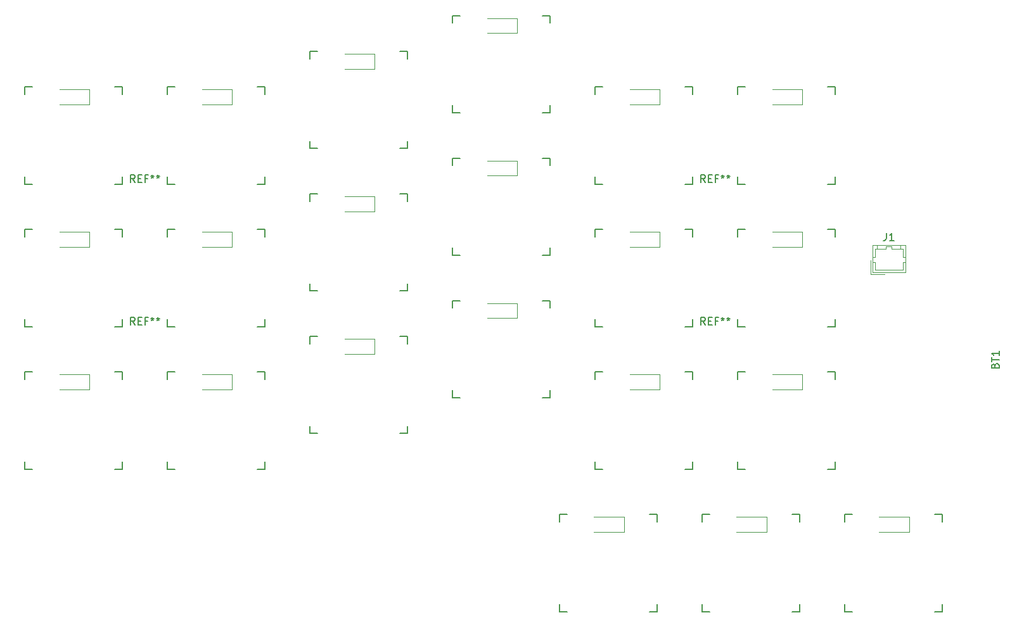
<source format=gbr>
%TF.GenerationSoftware,KiCad,Pcbnew,7.0.6*%
%TF.CreationDate,2023-09-12T11:18:07+08:00*%
%TF.ProjectId,kbv2,6b627632-2e6b-4696-9361-645f70636258,rev?*%
%TF.SameCoordinates,Original*%
%TF.FileFunction,Legend,Top*%
%TF.FilePolarity,Positive*%
%FSLAX46Y46*%
G04 Gerber Fmt 4.6, Leading zero omitted, Abs format (unit mm)*
G04 Created by KiCad (PCBNEW 7.0.6) date 2023-09-12 11:18:07*
%MOMM*%
%LPD*%
G01*
G04 APERTURE LIST*
%ADD10C,0.150000*%
%ADD11C,0.140000*%
%ADD12C,0.120000*%
G04 APERTURE END LIST*
D10*
X87744791Y-74348569D02*
X87411458Y-73872378D01*
X87173363Y-74348569D02*
X87173363Y-73348569D01*
X87173363Y-73348569D02*
X87554315Y-73348569D01*
X87554315Y-73348569D02*
X87649553Y-73396188D01*
X87649553Y-73396188D02*
X87697172Y-73443807D01*
X87697172Y-73443807D02*
X87744791Y-73539045D01*
X87744791Y-73539045D02*
X87744791Y-73681902D01*
X87744791Y-73681902D02*
X87697172Y-73777140D01*
X87697172Y-73777140D02*
X87649553Y-73824759D01*
X87649553Y-73824759D02*
X87554315Y-73872378D01*
X87554315Y-73872378D02*
X87173363Y-73872378D01*
X88173363Y-73824759D02*
X88506696Y-73824759D01*
X88649553Y-74348569D02*
X88173363Y-74348569D01*
X88173363Y-74348569D02*
X88173363Y-73348569D01*
X88173363Y-73348569D02*
X88649553Y-73348569D01*
X89411458Y-73824759D02*
X89078125Y-73824759D01*
X89078125Y-74348569D02*
X89078125Y-73348569D01*
X89078125Y-73348569D02*
X89554315Y-73348569D01*
X90078125Y-73348569D02*
X90078125Y-73586664D01*
X89840030Y-73491426D02*
X90078125Y-73586664D01*
X90078125Y-73586664D02*
X90316220Y-73491426D01*
X89935268Y-73777140D02*
X90078125Y-73586664D01*
X90078125Y-73586664D02*
X90220982Y-73777140D01*
X90840030Y-73348569D02*
X90840030Y-73586664D01*
X90601935Y-73491426D02*
X90840030Y-73586664D01*
X90840030Y-73586664D02*
X91078125Y-73491426D01*
X90697173Y-73777140D02*
X90840030Y-73586664D01*
X90840030Y-73586664D02*
X90982887Y-73777140D01*
X163944791Y-74348569D02*
X163611458Y-73872378D01*
X163373363Y-74348569D02*
X163373363Y-73348569D01*
X163373363Y-73348569D02*
X163754315Y-73348569D01*
X163754315Y-73348569D02*
X163849553Y-73396188D01*
X163849553Y-73396188D02*
X163897172Y-73443807D01*
X163897172Y-73443807D02*
X163944791Y-73539045D01*
X163944791Y-73539045D02*
X163944791Y-73681902D01*
X163944791Y-73681902D02*
X163897172Y-73777140D01*
X163897172Y-73777140D02*
X163849553Y-73824759D01*
X163849553Y-73824759D02*
X163754315Y-73872378D01*
X163754315Y-73872378D02*
X163373363Y-73872378D01*
X164373363Y-73824759D02*
X164706696Y-73824759D01*
X164849553Y-74348569D02*
X164373363Y-74348569D01*
X164373363Y-74348569D02*
X164373363Y-73348569D01*
X164373363Y-73348569D02*
X164849553Y-73348569D01*
X165611458Y-73824759D02*
X165278125Y-73824759D01*
X165278125Y-74348569D02*
X165278125Y-73348569D01*
X165278125Y-73348569D02*
X165754315Y-73348569D01*
X166278125Y-73348569D02*
X166278125Y-73586664D01*
X166040030Y-73491426D02*
X166278125Y-73586664D01*
X166278125Y-73586664D02*
X166516220Y-73491426D01*
X166135268Y-73777140D02*
X166278125Y-73586664D01*
X166278125Y-73586664D02*
X166420982Y-73777140D01*
X167040030Y-73348569D02*
X167040030Y-73586664D01*
X166801935Y-73491426D02*
X167040030Y-73586664D01*
X167040030Y-73586664D02*
X167278125Y-73491426D01*
X166897173Y-73777140D02*
X167040030Y-73586664D01*
X167040030Y-73586664D02*
X167182887Y-73777140D01*
X87744791Y-93398569D02*
X87411458Y-92922378D01*
X87173363Y-93398569D02*
X87173363Y-92398569D01*
X87173363Y-92398569D02*
X87554315Y-92398569D01*
X87554315Y-92398569D02*
X87649553Y-92446188D01*
X87649553Y-92446188D02*
X87697172Y-92493807D01*
X87697172Y-92493807D02*
X87744791Y-92589045D01*
X87744791Y-92589045D02*
X87744791Y-92731902D01*
X87744791Y-92731902D02*
X87697172Y-92827140D01*
X87697172Y-92827140D02*
X87649553Y-92874759D01*
X87649553Y-92874759D02*
X87554315Y-92922378D01*
X87554315Y-92922378D02*
X87173363Y-92922378D01*
X88173363Y-92874759D02*
X88506696Y-92874759D01*
X88649553Y-93398569D02*
X88173363Y-93398569D01*
X88173363Y-93398569D02*
X88173363Y-92398569D01*
X88173363Y-92398569D02*
X88649553Y-92398569D01*
X89411458Y-92874759D02*
X89078125Y-92874759D01*
X89078125Y-93398569D02*
X89078125Y-92398569D01*
X89078125Y-92398569D02*
X89554315Y-92398569D01*
X90078125Y-92398569D02*
X90078125Y-92636664D01*
X89840030Y-92541426D02*
X90078125Y-92636664D01*
X90078125Y-92636664D02*
X90316220Y-92541426D01*
X89935268Y-92827140D02*
X90078125Y-92636664D01*
X90078125Y-92636664D02*
X90220982Y-92827140D01*
X90840030Y-92398569D02*
X90840030Y-92636664D01*
X90601935Y-92541426D02*
X90840030Y-92636664D01*
X90840030Y-92636664D02*
X91078125Y-92541426D01*
X90697173Y-92827140D02*
X90840030Y-92636664D01*
X90840030Y-92636664D02*
X90982887Y-92827140D01*
X188164791Y-81111069D02*
X188164791Y-81825354D01*
X188164791Y-81825354D02*
X188117172Y-81968211D01*
X188117172Y-81968211D02*
X188021934Y-82063450D01*
X188021934Y-82063450D02*
X187879077Y-82111069D01*
X187879077Y-82111069D02*
X187783839Y-82111069D01*
X189164791Y-82111069D02*
X188593363Y-82111069D01*
X188879077Y-82111069D02*
X188879077Y-81111069D01*
X188879077Y-81111069D02*
X188783839Y-81253926D01*
X188783839Y-81253926D02*
X188688601Y-81349164D01*
X188688601Y-81349164D02*
X188593363Y-81396783D01*
X163944791Y-93398569D02*
X163611458Y-92922378D01*
X163373363Y-93398569D02*
X163373363Y-92398569D01*
X163373363Y-92398569D02*
X163754315Y-92398569D01*
X163754315Y-92398569D02*
X163849553Y-92446188D01*
X163849553Y-92446188D02*
X163897172Y-92493807D01*
X163897172Y-92493807D02*
X163944791Y-92589045D01*
X163944791Y-92589045D02*
X163944791Y-92731902D01*
X163944791Y-92731902D02*
X163897172Y-92827140D01*
X163897172Y-92827140D02*
X163849553Y-92874759D01*
X163849553Y-92874759D02*
X163754315Y-92922378D01*
X163754315Y-92922378D02*
X163373363Y-92922378D01*
X164373363Y-92874759D02*
X164706696Y-92874759D01*
X164849553Y-93398569D02*
X164373363Y-93398569D01*
X164373363Y-93398569D02*
X164373363Y-92398569D01*
X164373363Y-92398569D02*
X164849553Y-92398569D01*
X165611458Y-92874759D02*
X165278125Y-92874759D01*
X165278125Y-93398569D02*
X165278125Y-92398569D01*
X165278125Y-92398569D02*
X165754315Y-92398569D01*
X166278125Y-92398569D02*
X166278125Y-92636664D01*
X166040030Y-92541426D02*
X166278125Y-92636664D01*
X166278125Y-92636664D02*
X166516220Y-92541426D01*
X166135268Y-92827140D02*
X166278125Y-92636664D01*
X166278125Y-92636664D02*
X166420982Y-92827140D01*
X167040030Y-92398569D02*
X167040030Y-92636664D01*
X166801935Y-92541426D02*
X167040030Y-92636664D01*
X167040030Y-92636664D02*
X167278125Y-92541426D01*
X166897173Y-92827140D02*
X167040030Y-92636664D01*
X167040030Y-92636664D02*
X167182887Y-92827140D01*
X202679134Y-98841964D02*
X202726753Y-98699107D01*
X202726753Y-98699107D02*
X202774372Y-98651488D01*
X202774372Y-98651488D02*
X202869610Y-98603869D01*
X202869610Y-98603869D02*
X203012467Y-98603869D01*
X203012467Y-98603869D02*
X203107705Y-98651488D01*
X203107705Y-98651488D02*
X203155325Y-98699107D01*
X203155325Y-98699107D02*
X203202944Y-98794345D01*
X203202944Y-98794345D02*
X203202944Y-99175297D01*
X203202944Y-99175297D02*
X202202944Y-99175297D01*
X202202944Y-99175297D02*
X202202944Y-98841964D01*
X202202944Y-98841964D02*
X202250563Y-98746726D01*
X202250563Y-98746726D02*
X202298182Y-98699107D01*
X202298182Y-98699107D02*
X202393420Y-98651488D01*
X202393420Y-98651488D02*
X202488658Y-98651488D01*
X202488658Y-98651488D02*
X202583896Y-98699107D01*
X202583896Y-98699107D02*
X202631515Y-98746726D01*
X202631515Y-98746726D02*
X202679134Y-98841964D01*
X202679134Y-98841964D02*
X202679134Y-99175297D01*
X202202944Y-98318154D02*
X202202944Y-97746726D01*
X203202944Y-98032440D02*
X202202944Y-98032440D01*
X203202944Y-96889583D02*
X203202944Y-97461011D01*
X203202944Y-97175297D02*
X202202944Y-97175297D01*
X202202944Y-97175297D02*
X202345801Y-97270535D01*
X202345801Y-97270535D02*
X202441039Y-97365773D01*
X202441039Y-97365773D02*
X202488658Y-97461011D01*
D11*
%TO.C,K8*%
X149253125Y-81618750D02*
X149253125Y-80618750D01*
X149253125Y-93618750D02*
X149253125Y-92618750D01*
X149253125Y-93618750D02*
X150253125Y-93618750D01*
X150253125Y-80618750D02*
X149253125Y-80618750D01*
D12*
X157863125Y-80968750D02*
X153853125Y-80968750D01*
X157863125Y-82968750D02*
X153853125Y-82968750D01*
X157863125Y-82968750D02*
X157863125Y-80968750D01*
D11*
X161253125Y-93618750D02*
X162253125Y-93618750D01*
X162253125Y-80618750D02*
X161253125Y-80618750D01*
X162253125Y-80618750D02*
X162253125Y-81618750D01*
X162253125Y-92618750D02*
X162253125Y-93618750D01*
%TO.C,K7*%
X168303125Y-81618750D02*
X168303125Y-80618750D01*
X168303125Y-93618750D02*
X168303125Y-92618750D01*
X168303125Y-93618750D02*
X169303125Y-93618750D01*
X169303125Y-80618750D02*
X168303125Y-80618750D01*
D12*
X176913125Y-80968750D02*
X172903125Y-80968750D01*
X176913125Y-82968750D02*
X172903125Y-82968750D01*
X176913125Y-82968750D02*
X176913125Y-80968750D01*
D11*
X180303125Y-93618750D02*
X181303125Y-93618750D01*
X181303125Y-80618750D02*
X180303125Y-80618750D01*
X181303125Y-80618750D02*
X181303125Y-81618750D01*
X181303125Y-92618750D02*
X181303125Y-93618750D01*
%TO.C,K15*%
X130203125Y-91143750D02*
X130203125Y-90143750D01*
X130203125Y-103143750D02*
X130203125Y-102143750D01*
X130203125Y-103143750D02*
X131203125Y-103143750D01*
X131203125Y-90143750D02*
X130203125Y-90143750D01*
D12*
X138813125Y-90493750D02*
X134803125Y-90493750D01*
X138813125Y-92493750D02*
X134803125Y-92493750D01*
X138813125Y-92493750D02*
X138813125Y-90493750D01*
D11*
X142203125Y-103143750D02*
X143203125Y-103143750D01*
X143203125Y-90143750D02*
X142203125Y-90143750D01*
X143203125Y-90143750D02*
X143203125Y-91143750D01*
X143203125Y-102143750D02*
X143203125Y-103143750D01*
%TO.C,K19*%
X182590625Y-119718750D02*
X182590625Y-118718750D01*
X182590625Y-131718750D02*
X182590625Y-130718750D01*
X182590625Y-131718750D02*
X183590625Y-131718750D01*
X183590625Y-118718750D02*
X182590625Y-118718750D01*
D12*
X191200625Y-119068750D02*
X187190625Y-119068750D01*
X191200625Y-121068750D02*
X187190625Y-121068750D01*
X191200625Y-121068750D02*
X191200625Y-119068750D01*
D11*
X194590625Y-131718750D02*
X195590625Y-131718750D01*
X195590625Y-118718750D02*
X194590625Y-118718750D01*
X195590625Y-118718750D02*
X195590625Y-119718750D01*
X195590625Y-130718750D02*
X195590625Y-131718750D01*
%TO.C,K20*%
X163540625Y-119718750D02*
X163540625Y-118718750D01*
X163540625Y-131718750D02*
X163540625Y-130718750D01*
X163540625Y-131718750D02*
X164540625Y-131718750D01*
X164540625Y-118718750D02*
X163540625Y-118718750D01*
D12*
X172150625Y-119068750D02*
X168140625Y-119068750D01*
X172150625Y-121068750D02*
X168140625Y-121068750D01*
X172150625Y-121068750D02*
X172150625Y-119068750D01*
D11*
X175540625Y-131718750D02*
X176540625Y-131718750D01*
X176540625Y-118718750D02*
X175540625Y-118718750D01*
X176540625Y-118718750D02*
X176540625Y-119718750D01*
X176540625Y-130718750D02*
X176540625Y-131718750D01*
%TO.C,K4*%
X111153125Y-57806250D02*
X111153125Y-56806250D01*
X111153125Y-69806250D02*
X111153125Y-68806250D01*
X111153125Y-69806250D02*
X112153125Y-69806250D01*
X112153125Y-56806250D02*
X111153125Y-56806250D01*
D12*
X119763125Y-57156250D02*
X115753125Y-57156250D01*
X119763125Y-59156250D02*
X115753125Y-59156250D01*
X119763125Y-59156250D02*
X119763125Y-57156250D01*
D11*
X123153125Y-69806250D02*
X124153125Y-69806250D01*
X124153125Y-56806250D02*
X123153125Y-56806250D01*
X124153125Y-56806250D02*
X124153125Y-57806250D01*
X124153125Y-68806250D02*
X124153125Y-69806250D01*
%TO.C,K13*%
X168303125Y-100668750D02*
X168303125Y-99668750D01*
X168303125Y-112668750D02*
X168303125Y-111668750D01*
X168303125Y-112668750D02*
X169303125Y-112668750D01*
X169303125Y-99668750D02*
X168303125Y-99668750D01*
D12*
X176913125Y-100018750D02*
X172903125Y-100018750D01*
X176913125Y-102018750D02*
X172903125Y-102018750D01*
X176913125Y-102018750D02*
X176913125Y-100018750D01*
D11*
X180303125Y-112668750D02*
X181303125Y-112668750D01*
X181303125Y-99668750D02*
X180303125Y-99668750D01*
X181303125Y-99668750D02*
X181303125Y-100668750D01*
X181303125Y-111668750D02*
X181303125Y-112668750D01*
%TO.C,K6*%
X73053125Y-62568750D02*
X73053125Y-61568750D01*
X73053125Y-74568750D02*
X73053125Y-73568750D01*
X73053125Y-74568750D02*
X74053125Y-74568750D01*
X74053125Y-61568750D02*
X73053125Y-61568750D01*
D12*
X81663125Y-61918750D02*
X77653125Y-61918750D01*
X81663125Y-63918750D02*
X77653125Y-63918750D01*
X81663125Y-63918750D02*
X81663125Y-61918750D01*
D11*
X85053125Y-74568750D02*
X86053125Y-74568750D01*
X86053125Y-61568750D02*
X85053125Y-61568750D01*
X86053125Y-61568750D02*
X86053125Y-62568750D01*
X86053125Y-73568750D02*
X86053125Y-74568750D01*
%TO.C,K14*%
X149253125Y-100668750D02*
X149253125Y-99668750D01*
X149253125Y-112668750D02*
X149253125Y-111668750D01*
X149253125Y-112668750D02*
X150253125Y-112668750D01*
X150253125Y-99668750D02*
X149253125Y-99668750D01*
D12*
X157863125Y-100018750D02*
X153853125Y-100018750D01*
X157863125Y-102018750D02*
X153853125Y-102018750D01*
X157863125Y-102018750D02*
X157863125Y-100018750D01*
D11*
X161253125Y-112668750D02*
X162253125Y-112668750D01*
X162253125Y-99668750D02*
X161253125Y-99668750D01*
X162253125Y-99668750D02*
X162253125Y-100668750D01*
X162253125Y-111668750D02*
X162253125Y-112668750D01*
%TO.C,K16*%
X111153125Y-95906250D02*
X111153125Y-94906250D01*
X111153125Y-107906250D02*
X111153125Y-106906250D01*
X111153125Y-107906250D02*
X112153125Y-107906250D01*
X112153125Y-94906250D02*
X111153125Y-94906250D01*
D12*
X119763125Y-95256250D02*
X115753125Y-95256250D01*
X119763125Y-97256250D02*
X115753125Y-97256250D01*
X119763125Y-97256250D02*
X119763125Y-95256250D01*
D11*
X123153125Y-107906250D02*
X124153125Y-107906250D01*
X124153125Y-94906250D02*
X123153125Y-94906250D01*
X124153125Y-94906250D02*
X124153125Y-95906250D01*
X124153125Y-106906250D02*
X124153125Y-107906250D01*
%TO.C,K11*%
X92103125Y-81618750D02*
X92103125Y-80618750D01*
X92103125Y-93618750D02*
X92103125Y-92618750D01*
X92103125Y-93618750D02*
X93103125Y-93618750D01*
X93103125Y-80618750D02*
X92103125Y-80618750D01*
D12*
X100713125Y-80968750D02*
X96703125Y-80968750D01*
X100713125Y-82968750D02*
X96703125Y-82968750D01*
X100713125Y-82968750D02*
X100713125Y-80968750D01*
D11*
X104103125Y-93618750D02*
X105103125Y-93618750D01*
X105103125Y-80618750D02*
X104103125Y-80618750D01*
X105103125Y-80618750D02*
X105103125Y-81618750D01*
X105103125Y-92618750D02*
X105103125Y-93618750D01*
%TO.C,K10*%
X111153125Y-76856250D02*
X111153125Y-75856250D01*
X111153125Y-88856250D02*
X111153125Y-87856250D01*
X111153125Y-88856250D02*
X112153125Y-88856250D01*
X112153125Y-75856250D02*
X111153125Y-75856250D01*
D12*
X119763125Y-76206250D02*
X115753125Y-76206250D01*
X119763125Y-78206250D02*
X115753125Y-78206250D01*
X119763125Y-78206250D02*
X119763125Y-76206250D01*
D11*
X123153125Y-88856250D02*
X124153125Y-88856250D01*
X124153125Y-75856250D02*
X123153125Y-75856250D01*
X124153125Y-75856250D02*
X124153125Y-76856250D01*
X124153125Y-87856250D02*
X124153125Y-88856250D01*
%TO.C,K18*%
X73053125Y-100668750D02*
X73053125Y-99668750D01*
X73053125Y-112668750D02*
X73053125Y-111668750D01*
X73053125Y-112668750D02*
X74053125Y-112668750D01*
X74053125Y-99668750D02*
X73053125Y-99668750D01*
D12*
X81663125Y-100018750D02*
X77653125Y-100018750D01*
X81663125Y-102018750D02*
X77653125Y-102018750D01*
X81663125Y-102018750D02*
X81663125Y-100018750D01*
D11*
X85053125Y-112668750D02*
X86053125Y-112668750D01*
X86053125Y-99668750D02*
X85053125Y-99668750D01*
X86053125Y-99668750D02*
X86053125Y-100668750D01*
X86053125Y-111668750D02*
X86053125Y-112668750D01*
%TO.C,K9*%
X130203125Y-72093750D02*
X130203125Y-71093750D01*
X130203125Y-84093750D02*
X130203125Y-83093750D01*
X130203125Y-84093750D02*
X131203125Y-84093750D01*
X131203125Y-71093750D02*
X130203125Y-71093750D01*
D12*
X138813125Y-71443750D02*
X134803125Y-71443750D01*
X138813125Y-73443750D02*
X134803125Y-73443750D01*
X138813125Y-73443750D02*
X138813125Y-71443750D01*
D11*
X142203125Y-84093750D02*
X143203125Y-84093750D01*
X143203125Y-71093750D02*
X142203125Y-71093750D01*
X143203125Y-71093750D02*
X143203125Y-72093750D01*
X143203125Y-83093750D02*
X143203125Y-84093750D01*
%TO.C,K2*%
X149253125Y-62568750D02*
X149253125Y-61568750D01*
X149253125Y-74568750D02*
X149253125Y-73568750D01*
X149253125Y-74568750D02*
X150253125Y-74568750D01*
X150253125Y-61568750D02*
X149253125Y-61568750D01*
D12*
X157863125Y-61918750D02*
X153853125Y-61918750D01*
X157863125Y-63918750D02*
X153853125Y-63918750D01*
X157863125Y-63918750D02*
X157863125Y-61918750D01*
D11*
X161253125Y-74568750D02*
X162253125Y-74568750D01*
X162253125Y-61568750D02*
X161253125Y-61568750D01*
X162253125Y-61568750D02*
X162253125Y-62568750D01*
X162253125Y-73568750D02*
X162253125Y-74568750D01*
%TO.C,K21*%
X144490625Y-119718750D02*
X144490625Y-118718750D01*
X144490625Y-131718750D02*
X144490625Y-130718750D01*
X144490625Y-131718750D02*
X145490625Y-131718750D01*
X145490625Y-118718750D02*
X144490625Y-118718750D01*
D12*
X153100625Y-119068750D02*
X149090625Y-119068750D01*
X153100625Y-121068750D02*
X149090625Y-121068750D01*
X153100625Y-121068750D02*
X153100625Y-119068750D01*
D11*
X156490625Y-131718750D02*
X157490625Y-131718750D01*
X157490625Y-118718750D02*
X156490625Y-118718750D01*
X157490625Y-118718750D02*
X157490625Y-119718750D01*
X157490625Y-130718750D02*
X157490625Y-131718750D01*
%TO.C,K17*%
X92103125Y-100668750D02*
X92103125Y-99668750D01*
X92103125Y-112668750D02*
X92103125Y-111668750D01*
X92103125Y-112668750D02*
X93103125Y-112668750D01*
X93103125Y-99668750D02*
X92103125Y-99668750D01*
D12*
X100713125Y-100018750D02*
X96703125Y-100018750D01*
X100713125Y-102018750D02*
X96703125Y-102018750D01*
X100713125Y-102018750D02*
X100713125Y-100018750D01*
D11*
X104103125Y-112668750D02*
X105103125Y-112668750D01*
X105103125Y-99668750D02*
X104103125Y-99668750D01*
X105103125Y-99668750D02*
X105103125Y-100668750D01*
X105103125Y-111668750D02*
X105103125Y-112668750D01*
D12*
%TO.C,J1*%
X186018125Y-84756250D02*
X186018125Y-86666250D01*
X186018125Y-86666250D02*
X187928125Y-86666250D01*
X186328125Y-82756250D02*
X186328125Y-86356250D01*
X186328125Y-84306250D02*
X186628125Y-84306250D01*
X186328125Y-85056250D02*
X186628125Y-85056250D01*
X186328125Y-86356250D02*
X190678125Y-86356250D01*
X186628125Y-83206250D02*
X186928125Y-83206250D01*
X186628125Y-84306250D02*
X186628125Y-83206250D01*
X186628125Y-85056250D02*
X186628125Y-86056250D01*
X186628125Y-86056250D02*
X190378125Y-86056250D01*
X186928125Y-83206250D02*
X186928125Y-82756250D01*
X186928125Y-83206250D02*
X188128125Y-83206250D01*
X188128125Y-82906250D02*
X188878125Y-82906250D01*
X188128125Y-83206250D02*
X188128125Y-82906250D01*
X188878125Y-82906250D02*
X188878125Y-83206250D01*
X188878125Y-83206250D02*
X190078125Y-83206250D01*
X190078125Y-83206250D02*
X190078125Y-82756250D01*
X190378125Y-83206250D02*
X190078125Y-83206250D01*
X190378125Y-84306250D02*
X190378125Y-83206250D01*
X190378125Y-85056250D02*
X190678125Y-85056250D01*
X190378125Y-86056250D02*
X190378125Y-85056250D01*
X190678125Y-82756250D02*
X186328125Y-82756250D01*
X190678125Y-84306250D02*
X190378125Y-84306250D01*
X190678125Y-86356250D02*
X190678125Y-82756250D01*
D11*
%TO.C,K12*%
X73053125Y-81618750D02*
X73053125Y-80618750D01*
X73053125Y-93618750D02*
X73053125Y-92618750D01*
X73053125Y-93618750D02*
X74053125Y-93618750D01*
X74053125Y-80618750D02*
X73053125Y-80618750D01*
D12*
X81663125Y-80968750D02*
X77653125Y-80968750D01*
X81663125Y-82968750D02*
X77653125Y-82968750D01*
X81663125Y-82968750D02*
X81663125Y-80968750D01*
D11*
X85053125Y-93618750D02*
X86053125Y-93618750D01*
X86053125Y-80618750D02*
X85053125Y-80618750D01*
X86053125Y-80618750D02*
X86053125Y-81618750D01*
X86053125Y-92618750D02*
X86053125Y-93618750D01*
%TO.C,K1*%
X168303125Y-62568750D02*
X168303125Y-61568750D01*
X168303125Y-74568750D02*
X168303125Y-73568750D01*
X168303125Y-74568750D02*
X169303125Y-74568750D01*
X169303125Y-61568750D02*
X168303125Y-61568750D01*
D12*
X176913125Y-61918750D02*
X172903125Y-61918750D01*
X176913125Y-63918750D02*
X172903125Y-63918750D01*
X176913125Y-63918750D02*
X176913125Y-61918750D01*
D11*
X180303125Y-74568750D02*
X181303125Y-74568750D01*
X181303125Y-61568750D02*
X180303125Y-61568750D01*
X181303125Y-61568750D02*
X181303125Y-62568750D01*
X181303125Y-73568750D02*
X181303125Y-74568750D01*
%TO.C,K5*%
X92103125Y-62568750D02*
X92103125Y-61568750D01*
X92103125Y-74568750D02*
X92103125Y-73568750D01*
X92103125Y-74568750D02*
X93103125Y-74568750D01*
X93103125Y-61568750D02*
X92103125Y-61568750D01*
D12*
X100713125Y-61918750D02*
X96703125Y-61918750D01*
X100713125Y-63918750D02*
X96703125Y-63918750D01*
X100713125Y-63918750D02*
X100713125Y-61918750D01*
D11*
X104103125Y-74568750D02*
X105103125Y-74568750D01*
X105103125Y-61568750D02*
X104103125Y-61568750D01*
X105103125Y-61568750D02*
X105103125Y-62568750D01*
X105103125Y-73568750D02*
X105103125Y-74568750D01*
%TO.C,K3*%
X130203125Y-53043750D02*
X130203125Y-52043750D01*
X130203125Y-65043750D02*
X130203125Y-64043750D01*
X130203125Y-65043750D02*
X131203125Y-65043750D01*
X131203125Y-52043750D02*
X130203125Y-52043750D01*
D12*
X138813125Y-52393750D02*
X134803125Y-52393750D01*
X138813125Y-54393750D02*
X134803125Y-54393750D01*
X138813125Y-54393750D02*
X138813125Y-52393750D01*
D11*
X142203125Y-65043750D02*
X143203125Y-65043750D01*
X143203125Y-52043750D02*
X142203125Y-52043750D01*
X143203125Y-52043750D02*
X143203125Y-53043750D01*
X143203125Y-64043750D02*
X143203125Y-65043750D01*
%TD*%
M02*

</source>
